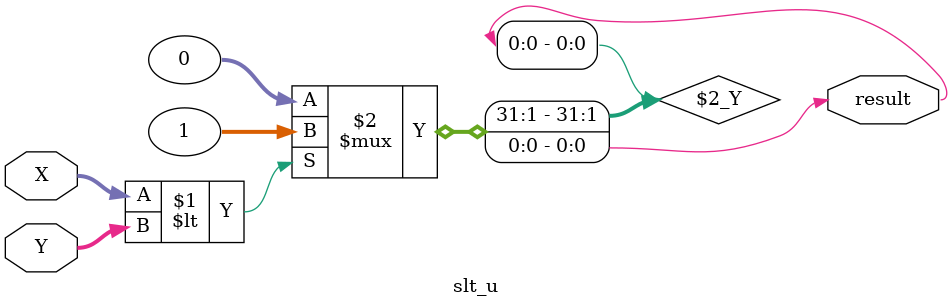
<source format=v>
module slt_u (X, Y, result);
input [31:0] X, Y;
output wire result;

assign result = (X < Y) ? 1 : 0;

endmodule

</source>
